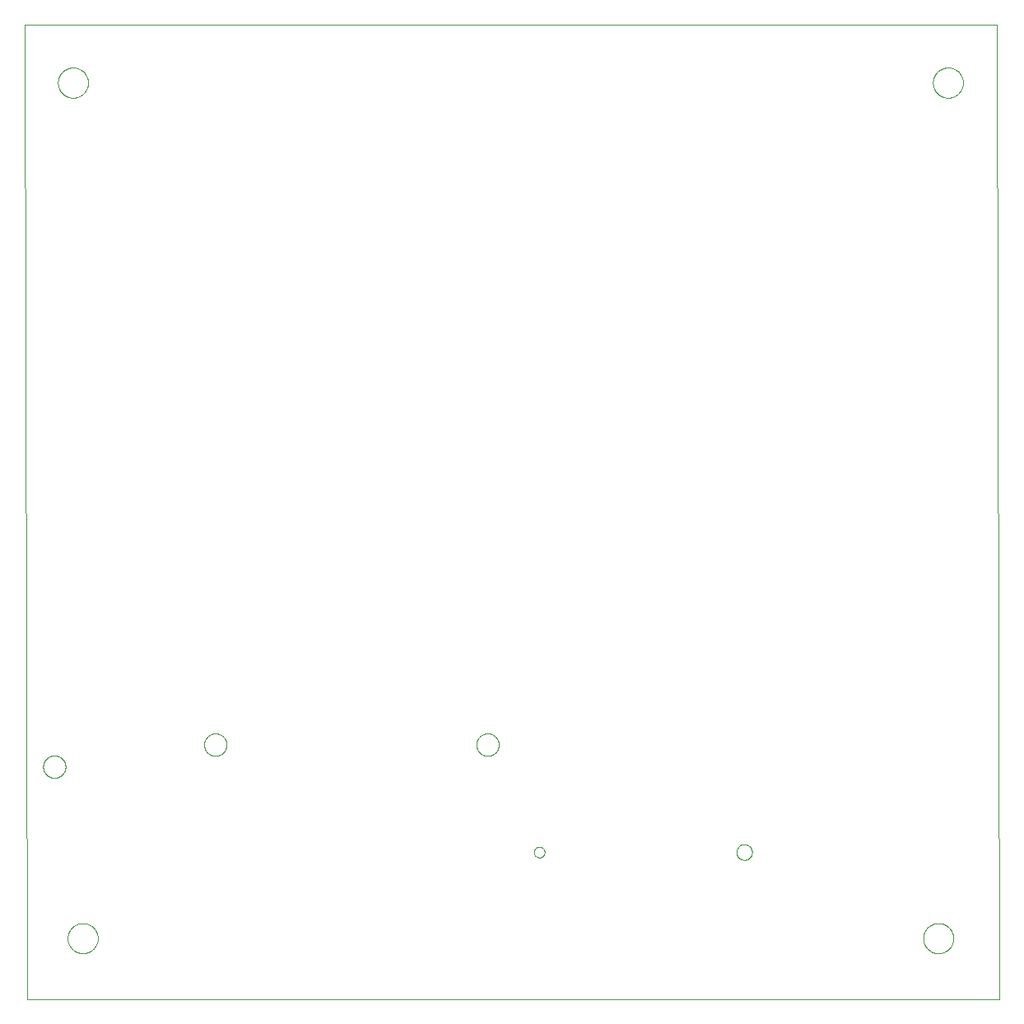
<source format=gko>
G75*
%MOIN*%
%OFA0B0*%
%FSLAX25Y25*%
%IPPOS*%
%LPD*%
%AMOC8*
5,1,8,0,0,1.08239X$1,22.5*
%
%ADD10C,0.00000*%
D10*
X0015725Y0230675D02*
X0014500Y0625601D01*
X0408201Y0625601D01*
X0409426Y0230675D01*
X0015725Y0230675D01*
X0032020Y0255522D02*
X0032022Y0255678D01*
X0032028Y0255834D01*
X0032038Y0255989D01*
X0032052Y0256144D01*
X0032070Y0256299D01*
X0032092Y0256453D01*
X0032117Y0256607D01*
X0032147Y0256760D01*
X0032181Y0256912D01*
X0032218Y0257064D01*
X0032259Y0257214D01*
X0032304Y0257363D01*
X0032353Y0257511D01*
X0032406Y0257658D01*
X0032462Y0257803D01*
X0032522Y0257947D01*
X0032586Y0258089D01*
X0032654Y0258230D01*
X0032725Y0258368D01*
X0032799Y0258505D01*
X0032877Y0258640D01*
X0032958Y0258773D01*
X0033043Y0258904D01*
X0033131Y0259033D01*
X0033222Y0259159D01*
X0033317Y0259283D01*
X0033414Y0259404D01*
X0033515Y0259523D01*
X0033619Y0259640D01*
X0033725Y0259753D01*
X0033835Y0259864D01*
X0033947Y0259972D01*
X0034062Y0260077D01*
X0034180Y0260180D01*
X0034300Y0260279D01*
X0034423Y0260375D01*
X0034548Y0260468D01*
X0034675Y0260557D01*
X0034805Y0260644D01*
X0034937Y0260727D01*
X0035071Y0260806D01*
X0035207Y0260883D01*
X0035345Y0260955D01*
X0035484Y0261025D01*
X0035626Y0261090D01*
X0035769Y0261152D01*
X0035913Y0261210D01*
X0036059Y0261265D01*
X0036207Y0261316D01*
X0036355Y0261363D01*
X0036505Y0261406D01*
X0036656Y0261445D01*
X0036808Y0261481D01*
X0036960Y0261512D01*
X0037114Y0261540D01*
X0037268Y0261564D01*
X0037422Y0261584D01*
X0037577Y0261600D01*
X0037733Y0261612D01*
X0037888Y0261620D01*
X0038044Y0261624D01*
X0038200Y0261624D01*
X0038356Y0261620D01*
X0038511Y0261612D01*
X0038667Y0261600D01*
X0038822Y0261584D01*
X0038976Y0261564D01*
X0039130Y0261540D01*
X0039284Y0261512D01*
X0039436Y0261481D01*
X0039588Y0261445D01*
X0039739Y0261406D01*
X0039889Y0261363D01*
X0040037Y0261316D01*
X0040185Y0261265D01*
X0040331Y0261210D01*
X0040475Y0261152D01*
X0040618Y0261090D01*
X0040760Y0261025D01*
X0040899Y0260955D01*
X0041037Y0260883D01*
X0041173Y0260806D01*
X0041307Y0260727D01*
X0041439Y0260644D01*
X0041569Y0260557D01*
X0041696Y0260468D01*
X0041821Y0260375D01*
X0041944Y0260279D01*
X0042064Y0260180D01*
X0042182Y0260077D01*
X0042297Y0259972D01*
X0042409Y0259864D01*
X0042519Y0259753D01*
X0042625Y0259640D01*
X0042729Y0259523D01*
X0042830Y0259404D01*
X0042927Y0259283D01*
X0043022Y0259159D01*
X0043113Y0259033D01*
X0043201Y0258904D01*
X0043286Y0258773D01*
X0043367Y0258640D01*
X0043445Y0258505D01*
X0043519Y0258368D01*
X0043590Y0258230D01*
X0043658Y0258089D01*
X0043722Y0257947D01*
X0043782Y0257803D01*
X0043838Y0257658D01*
X0043891Y0257511D01*
X0043940Y0257363D01*
X0043985Y0257214D01*
X0044026Y0257064D01*
X0044063Y0256912D01*
X0044097Y0256760D01*
X0044127Y0256607D01*
X0044152Y0256453D01*
X0044174Y0256299D01*
X0044192Y0256144D01*
X0044206Y0255989D01*
X0044216Y0255834D01*
X0044222Y0255678D01*
X0044224Y0255522D01*
X0044222Y0255366D01*
X0044216Y0255210D01*
X0044206Y0255055D01*
X0044192Y0254900D01*
X0044174Y0254745D01*
X0044152Y0254591D01*
X0044127Y0254437D01*
X0044097Y0254284D01*
X0044063Y0254132D01*
X0044026Y0253980D01*
X0043985Y0253830D01*
X0043940Y0253681D01*
X0043891Y0253533D01*
X0043838Y0253386D01*
X0043782Y0253241D01*
X0043722Y0253097D01*
X0043658Y0252955D01*
X0043590Y0252814D01*
X0043519Y0252676D01*
X0043445Y0252539D01*
X0043367Y0252404D01*
X0043286Y0252271D01*
X0043201Y0252140D01*
X0043113Y0252011D01*
X0043022Y0251885D01*
X0042927Y0251761D01*
X0042830Y0251640D01*
X0042729Y0251521D01*
X0042625Y0251404D01*
X0042519Y0251291D01*
X0042409Y0251180D01*
X0042297Y0251072D01*
X0042182Y0250967D01*
X0042064Y0250864D01*
X0041944Y0250765D01*
X0041821Y0250669D01*
X0041696Y0250576D01*
X0041569Y0250487D01*
X0041439Y0250400D01*
X0041307Y0250317D01*
X0041173Y0250238D01*
X0041037Y0250161D01*
X0040899Y0250089D01*
X0040760Y0250019D01*
X0040618Y0249954D01*
X0040475Y0249892D01*
X0040331Y0249834D01*
X0040185Y0249779D01*
X0040037Y0249728D01*
X0039889Y0249681D01*
X0039739Y0249638D01*
X0039588Y0249599D01*
X0039436Y0249563D01*
X0039284Y0249532D01*
X0039130Y0249504D01*
X0038976Y0249480D01*
X0038822Y0249460D01*
X0038667Y0249444D01*
X0038511Y0249432D01*
X0038356Y0249424D01*
X0038200Y0249420D01*
X0038044Y0249420D01*
X0037888Y0249424D01*
X0037733Y0249432D01*
X0037577Y0249444D01*
X0037422Y0249460D01*
X0037268Y0249480D01*
X0037114Y0249504D01*
X0036960Y0249532D01*
X0036808Y0249563D01*
X0036656Y0249599D01*
X0036505Y0249638D01*
X0036355Y0249681D01*
X0036207Y0249728D01*
X0036059Y0249779D01*
X0035913Y0249834D01*
X0035769Y0249892D01*
X0035626Y0249954D01*
X0035484Y0250019D01*
X0035345Y0250089D01*
X0035207Y0250161D01*
X0035071Y0250238D01*
X0034937Y0250317D01*
X0034805Y0250400D01*
X0034675Y0250487D01*
X0034548Y0250576D01*
X0034423Y0250669D01*
X0034300Y0250765D01*
X0034180Y0250864D01*
X0034062Y0250967D01*
X0033947Y0251072D01*
X0033835Y0251180D01*
X0033725Y0251291D01*
X0033619Y0251404D01*
X0033515Y0251521D01*
X0033414Y0251640D01*
X0033317Y0251761D01*
X0033222Y0251885D01*
X0033131Y0252011D01*
X0033043Y0252140D01*
X0032958Y0252271D01*
X0032877Y0252404D01*
X0032799Y0252539D01*
X0032725Y0252676D01*
X0032654Y0252814D01*
X0032586Y0252955D01*
X0032522Y0253097D01*
X0032462Y0253241D01*
X0032406Y0253386D01*
X0032353Y0253533D01*
X0032304Y0253681D01*
X0032259Y0253830D01*
X0032218Y0253980D01*
X0032181Y0254132D01*
X0032147Y0254284D01*
X0032117Y0254437D01*
X0032092Y0254591D01*
X0032070Y0254745D01*
X0032052Y0254900D01*
X0032038Y0255055D01*
X0032028Y0255210D01*
X0032022Y0255366D01*
X0032020Y0255522D01*
X0022094Y0325000D02*
X0022096Y0325134D01*
X0022102Y0325268D01*
X0022112Y0325402D01*
X0022126Y0325536D01*
X0022144Y0325669D01*
X0022165Y0325801D01*
X0022191Y0325933D01*
X0022221Y0326064D01*
X0022254Y0326194D01*
X0022291Y0326322D01*
X0022333Y0326450D01*
X0022377Y0326577D01*
X0022426Y0326702D01*
X0022478Y0326825D01*
X0022534Y0326947D01*
X0022594Y0327068D01*
X0022657Y0327186D01*
X0022723Y0327303D01*
X0022793Y0327417D01*
X0022866Y0327530D01*
X0022943Y0327640D01*
X0023023Y0327748D01*
X0023106Y0327853D01*
X0023192Y0327956D01*
X0023281Y0328056D01*
X0023373Y0328154D01*
X0023468Y0328249D01*
X0023566Y0328341D01*
X0023666Y0328430D01*
X0023769Y0328516D01*
X0023874Y0328599D01*
X0023982Y0328679D01*
X0024092Y0328756D01*
X0024205Y0328829D01*
X0024319Y0328899D01*
X0024436Y0328965D01*
X0024554Y0329028D01*
X0024675Y0329088D01*
X0024797Y0329144D01*
X0024920Y0329196D01*
X0025045Y0329245D01*
X0025172Y0329289D01*
X0025300Y0329331D01*
X0025428Y0329368D01*
X0025558Y0329401D01*
X0025689Y0329431D01*
X0025821Y0329457D01*
X0025953Y0329478D01*
X0026086Y0329496D01*
X0026220Y0329510D01*
X0026354Y0329520D01*
X0026488Y0329526D01*
X0026622Y0329528D01*
X0026756Y0329526D01*
X0026890Y0329520D01*
X0027024Y0329510D01*
X0027158Y0329496D01*
X0027291Y0329478D01*
X0027423Y0329457D01*
X0027555Y0329431D01*
X0027686Y0329401D01*
X0027816Y0329368D01*
X0027944Y0329331D01*
X0028072Y0329289D01*
X0028199Y0329245D01*
X0028324Y0329196D01*
X0028447Y0329144D01*
X0028569Y0329088D01*
X0028690Y0329028D01*
X0028808Y0328965D01*
X0028925Y0328899D01*
X0029039Y0328829D01*
X0029152Y0328756D01*
X0029262Y0328679D01*
X0029370Y0328599D01*
X0029475Y0328516D01*
X0029578Y0328430D01*
X0029678Y0328341D01*
X0029776Y0328249D01*
X0029871Y0328154D01*
X0029963Y0328056D01*
X0030052Y0327956D01*
X0030138Y0327853D01*
X0030221Y0327748D01*
X0030301Y0327640D01*
X0030378Y0327530D01*
X0030451Y0327417D01*
X0030521Y0327303D01*
X0030587Y0327186D01*
X0030650Y0327068D01*
X0030710Y0326947D01*
X0030766Y0326825D01*
X0030818Y0326702D01*
X0030867Y0326577D01*
X0030911Y0326450D01*
X0030953Y0326322D01*
X0030990Y0326194D01*
X0031023Y0326064D01*
X0031053Y0325933D01*
X0031079Y0325801D01*
X0031100Y0325669D01*
X0031118Y0325536D01*
X0031132Y0325402D01*
X0031142Y0325268D01*
X0031148Y0325134D01*
X0031150Y0325000D01*
X0031148Y0324866D01*
X0031142Y0324732D01*
X0031132Y0324598D01*
X0031118Y0324464D01*
X0031100Y0324331D01*
X0031079Y0324199D01*
X0031053Y0324067D01*
X0031023Y0323936D01*
X0030990Y0323806D01*
X0030953Y0323678D01*
X0030911Y0323550D01*
X0030867Y0323423D01*
X0030818Y0323298D01*
X0030766Y0323175D01*
X0030710Y0323053D01*
X0030650Y0322932D01*
X0030587Y0322814D01*
X0030521Y0322697D01*
X0030451Y0322583D01*
X0030378Y0322470D01*
X0030301Y0322360D01*
X0030221Y0322252D01*
X0030138Y0322147D01*
X0030052Y0322044D01*
X0029963Y0321944D01*
X0029871Y0321846D01*
X0029776Y0321751D01*
X0029678Y0321659D01*
X0029578Y0321570D01*
X0029475Y0321484D01*
X0029370Y0321401D01*
X0029262Y0321321D01*
X0029152Y0321244D01*
X0029039Y0321171D01*
X0028925Y0321101D01*
X0028808Y0321035D01*
X0028690Y0320972D01*
X0028569Y0320912D01*
X0028447Y0320856D01*
X0028324Y0320804D01*
X0028199Y0320755D01*
X0028072Y0320711D01*
X0027944Y0320669D01*
X0027816Y0320632D01*
X0027686Y0320599D01*
X0027555Y0320569D01*
X0027423Y0320543D01*
X0027291Y0320522D01*
X0027158Y0320504D01*
X0027024Y0320490D01*
X0026890Y0320480D01*
X0026756Y0320474D01*
X0026622Y0320472D01*
X0026488Y0320474D01*
X0026354Y0320480D01*
X0026220Y0320490D01*
X0026086Y0320504D01*
X0025953Y0320522D01*
X0025821Y0320543D01*
X0025689Y0320569D01*
X0025558Y0320599D01*
X0025428Y0320632D01*
X0025300Y0320669D01*
X0025172Y0320711D01*
X0025045Y0320755D01*
X0024920Y0320804D01*
X0024797Y0320856D01*
X0024675Y0320912D01*
X0024554Y0320972D01*
X0024436Y0321035D01*
X0024319Y0321101D01*
X0024205Y0321171D01*
X0024092Y0321244D01*
X0023982Y0321321D01*
X0023874Y0321401D01*
X0023769Y0321484D01*
X0023666Y0321570D01*
X0023566Y0321659D01*
X0023468Y0321751D01*
X0023373Y0321846D01*
X0023281Y0321944D01*
X0023192Y0322044D01*
X0023106Y0322147D01*
X0023023Y0322252D01*
X0022943Y0322360D01*
X0022866Y0322470D01*
X0022793Y0322583D01*
X0022723Y0322697D01*
X0022657Y0322814D01*
X0022594Y0322932D01*
X0022534Y0323053D01*
X0022478Y0323175D01*
X0022426Y0323298D01*
X0022377Y0323423D01*
X0022333Y0323550D01*
X0022291Y0323678D01*
X0022254Y0323806D01*
X0022221Y0323936D01*
X0022191Y0324067D01*
X0022165Y0324199D01*
X0022144Y0324331D01*
X0022126Y0324464D01*
X0022112Y0324598D01*
X0022102Y0324732D01*
X0022096Y0324866D01*
X0022094Y0325000D01*
X0087315Y0333908D02*
X0087317Y0334042D01*
X0087323Y0334176D01*
X0087333Y0334310D01*
X0087347Y0334444D01*
X0087365Y0334577D01*
X0087386Y0334709D01*
X0087412Y0334841D01*
X0087442Y0334972D01*
X0087475Y0335102D01*
X0087512Y0335230D01*
X0087554Y0335358D01*
X0087598Y0335485D01*
X0087647Y0335610D01*
X0087699Y0335733D01*
X0087755Y0335855D01*
X0087815Y0335976D01*
X0087878Y0336094D01*
X0087944Y0336211D01*
X0088014Y0336325D01*
X0088087Y0336438D01*
X0088164Y0336548D01*
X0088244Y0336656D01*
X0088327Y0336761D01*
X0088413Y0336864D01*
X0088502Y0336964D01*
X0088594Y0337062D01*
X0088689Y0337157D01*
X0088787Y0337249D01*
X0088887Y0337338D01*
X0088990Y0337424D01*
X0089095Y0337507D01*
X0089203Y0337587D01*
X0089313Y0337664D01*
X0089426Y0337737D01*
X0089540Y0337807D01*
X0089657Y0337873D01*
X0089775Y0337936D01*
X0089896Y0337996D01*
X0090018Y0338052D01*
X0090141Y0338104D01*
X0090266Y0338153D01*
X0090393Y0338197D01*
X0090521Y0338239D01*
X0090649Y0338276D01*
X0090779Y0338309D01*
X0090910Y0338339D01*
X0091042Y0338365D01*
X0091174Y0338386D01*
X0091307Y0338404D01*
X0091441Y0338418D01*
X0091575Y0338428D01*
X0091709Y0338434D01*
X0091843Y0338436D01*
X0091977Y0338434D01*
X0092111Y0338428D01*
X0092245Y0338418D01*
X0092379Y0338404D01*
X0092512Y0338386D01*
X0092644Y0338365D01*
X0092776Y0338339D01*
X0092907Y0338309D01*
X0093037Y0338276D01*
X0093165Y0338239D01*
X0093293Y0338197D01*
X0093420Y0338153D01*
X0093545Y0338104D01*
X0093668Y0338052D01*
X0093790Y0337996D01*
X0093911Y0337936D01*
X0094029Y0337873D01*
X0094146Y0337807D01*
X0094260Y0337737D01*
X0094373Y0337664D01*
X0094483Y0337587D01*
X0094591Y0337507D01*
X0094696Y0337424D01*
X0094799Y0337338D01*
X0094899Y0337249D01*
X0094997Y0337157D01*
X0095092Y0337062D01*
X0095184Y0336964D01*
X0095273Y0336864D01*
X0095359Y0336761D01*
X0095442Y0336656D01*
X0095522Y0336548D01*
X0095599Y0336438D01*
X0095672Y0336325D01*
X0095742Y0336211D01*
X0095808Y0336094D01*
X0095871Y0335976D01*
X0095931Y0335855D01*
X0095987Y0335733D01*
X0096039Y0335610D01*
X0096088Y0335485D01*
X0096132Y0335358D01*
X0096174Y0335230D01*
X0096211Y0335102D01*
X0096244Y0334972D01*
X0096274Y0334841D01*
X0096300Y0334709D01*
X0096321Y0334577D01*
X0096339Y0334444D01*
X0096353Y0334310D01*
X0096363Y0334176D01*
X0096369Y0334042D01*
X0096371Y0333908D01*
X0096369Y0333774D01*
X0096363Y0333640D01*
X0096353Y0333506D01*
X0096339Y0333372D01*
X0096321Y0333239D01*
X0096300Y0333107D01*
X0096274Y0332975D01*
X0096244Y0332844D01*
X0096211Y0332714D01*
X0096174Y0332586D01*
X0096132Y0332458D01*
X0096088Y0332331D01*
X0096039Y0332206D01*
X0095987Y0332083D01*
X0095931Y0331961D01*
X0095871Y0331840D01*
X0095808Y0331722D01*
X0095742Y0331605D01*
X0095672Y0331491D01*
X0095599Y0331378D01*
X0095522Y0331268D01*
X0095442Y0331160D01*
X0095359Y0331055D01*
X0095273Y0330952D01*
X0095184Y0330852D01*
X0095092Y0330754D01*
X0094997Y0330659D01*
X0094899Y0330567D01*
X0094799Y0330478D01*
X0094696Y0330392D01*
X0094591Y0330309D01*
X0094483Y0330229D01*
X0094373Y0330152D01*
X0094260Y0330079D01*
X0094146Y0330009D01*
X0094029Y0329943D01*
X0093911Y0329880D01*
X0093790Y0329820D01*
X0093668Y0329764D01*
X0093545Y0329712D01*
X0093420Y0329663D01*
X0093293Y0329619D01*
X0093165Y0329577D01*
X0093037Y0329540D01*
X0092907Y0329507D01*
X0092776Y0329477D01*
X0092644Y0329451D01*
X0092512Y0329430D01*
X0092379Y0329412D01*
X0092245Y0329398D01*
X0092111Y0329388D01*
X0091977Y0329382D01*
X0091843Y0329380D01*
X0091709Y0329382D01*
X0091575Y0329388D01*
X0091441Y0329398D01*
X0091307Y0329412D01*
X0091174Y0329430D01*
X0091042Y0329451D01*
X0090910Y0329477D01*
X0090779Y0329507D01*
X0090649Y0329540D01*
X0090521Y0329577D01*
X0090393Y0329619D01*
X0090266Y0329663D01*
X0090141Y0329712D01*
X0090018Y0329764D01*
X0089896Y0329820D01*
X0089775Y0329880D01*
X0089657Y0329943D01*
X0089540Y0330009D01*
X0089426Y0330079D01*
X0089313Y0330152D01*
X0089203Y0330229D01*
X0089095Y0330309D01*
X0088990Y0330392D01*
X0088887Y0330478D01*
X0088787Y0330567D01*
X0088689Y0330659D01*
X0088594Y0330754D01*
X0088502Y0330852D01*
X0088413Y0330952D01*
X0088327Y0331055D01*
X0088244Y0331160D01*
X0088164Y0331268D01*
X0088087Y0331378D01*
X0088014Y0331491D01*
X0087944Y0331605D01*
X0087878Y0331722D01*
X0087815Y0331840D01*
X0087755Y0331961D01*
X0087699Y0332083D01*
X0087647Y0332206D01*
X0087598Y0332331D01*
X0087554Y0332458D01*
X0087512Y0332586D01*
X0087475Y0332714D01*
X0087442Y0332844D01*
X0087412Y0332975D01*
X0087386Y0333107D01*
X0087365Y0333239D01*
X0087347Y0333372D01*
X0087333Y0333506D01*
X0087323Y0333640D01*
X0087317Y0333774D01*
X0087315Y0333908D01*
X0197551Y0333908D02*
X0197553Y0334042D01*
X0197559Y0334176D01*
X0197569Y0334310D01*
X0197583Y0334444D01*
X0197601Y0334577D01*
X0197622Y0334709D01*
X0197648Y0334841D01*
X0197678Y0334972D01*
X0197711Y0335102D01*
X0197748Y0335230D01*
X0197790Y0335358D01*
X0197834Y0335485D01*
X0197883Y0335610D01*
X0197935Y0335733D01*
X0197991Y0335855D01*
X0198051Y0335976D01*
X0198114Y0336094D01*
X0198180Y0336211D01*
X0198250Y0336325D01*
X0198323Y0336438D01*
X0198400Y0336548D01*
X0198480Y0336656D01*
X0198563Y0336761D01*
X0198649Y0336864D01*
X0198738Y0336964D01*
X0198830Y0337062D01*
X0198925Y0337157D01*
X0199023Y0337249D01*
X0199123Y0337338D01*
X0199226Y0337424D01*
X0199331Y0337507D01*
X0199439Y0337587D01*
X0199549Y0337664D01*
X0199662Y0337737D01*
X0199776Y0337807D01*
X0199893Y0337873D01*
X0200011Y0337936D01*
X0200132Y0337996D01*
X0200254Y0338052D01*
X0200377Y0338104D01*
X0200502Y0338153D01*
X0200629Y0338197D01*
X0200757Y0338239D01*
X0200885Y0338276D01*
X0201015Y0338309D01*
X0201146Y0338339D01*
X0201278Y0338365D01*
X0201410Y0338386D01*
X0201543Y0338404D01*
X0201677Y0338418D01*
X0201811Y0338428D01*
X0201945Y0338434D01*
X0202079Y0338436D01*
X0202213Y0338434D01*
X0202347Y0338428D01*
X0202481Y0338418D01*
X0202615Y0338404D01*
X0202748Y0338386D01*
X0202880Y0338365D01*
X0203012Y0338339D01*
X0203143Y0338309D01*
X0203273Y0338276D01*
X0203401Y0338239D01*
X0203529Y0338197D01*
X0203656Y0338153D01*
X0203781Y0338104D01*
X0203904Y0338052D01*
X0204026Y0337996D01*
X0204147Y0337936D01*
X0204265Y0337873D01*
X0204382Y0337807D01*
X0204496Y0337737D01*
X0204609Y0337664D01*
X0204719Y0337587D01*
X0204827Y0337507D01*
X0204932Y0337424D01*
X0205035Y0337338D01*
X0205135Y0337249D01*
X0205233Y0337157D01*
X0205328Y0337062D01*
X0205420Y0336964D01*
X0205509Y0336864D01*
X0205595Y0336761D01*
X0205678Y0336656D01*
X0205758Y0336548D01*
X0205835Y0336438D01*
X0205908Y0336325D01*
X0205978Y0336211D01*
X0206044Y0336094D01*
X0206107Y0335976D01*
X0206167Y0335855D01*
X0206223Y0335733D01*
X0206275Y0335610D01*
X0206324Y0335485D01*
X0206368Y0335358D01*
X0206410Y0335230D01*
X0206447Y0335102D01*
X0206480Y0334972D01*
X0206510Y0334841D01*
X0206536Y0334709D01*
X0206557Y0334577D01*
X0206575Y0334444D01*
X0206589Y0334310D01*
X0206599Y0334176D01*
X0206605Y0334042D01*
X0206607Y0333908D01*
X0206605Y0333774D01*
X0206599Y0333640D01*
X0206589Y0333506D01*
X0206575Y0333372D01*
X0206557Y0333239D01*
X0206536Y0333107D01*
X0206510Y0332975D01*
X0206480Y0332844D01*
X0206447Y0332714D01*
X0206410Y0332586D01*
X0206368Y0332458D01*
X0206324Y0332331D01*
X0206275Y0332206D01*
X0206223Y0332083D01*
X0206167Y0331961D01*
X0206107Y0331840D01*
X0206044Y0331722D01*
X0205978Y0331605D01*
X0205908Y0331491D01*
X0205835Y0331378D01*
X0205758Y0331268D01*
X0205678Y0331160D01*
X0205595Y0331055D01*
X0205509Y0330952D01*
X0205420Y0330852D01*
X0205328Y0330754D01*
X0205233Y0330659D01*
X0205135Y0330567D01*
X0205035Y0330478D01*
X0204932Y0330392D01*
X0204827Y0330309D01*
X0204719Y0330229D01*
X0204609Y0330152D01*
X0204496Y0330079D01*
X0204382Y0330009D01*
X0204265Y0329943D01*
X0204147Y0329880D01*
X0204026Y0329820D01*
X0203904Y0329764D01*
X0203781Y0329712D01*
X0203656Y0329663D01*
X0203529Y0329619D01*
X0203401Y0329577D01*
X0203273Y0329540D01*
X0203143Y0329507D01*
X0203012Y0329477D01*
X0202880Y0329451D01*
X0202748Y0329430D01*
X0202615Y0329412D01*
X0202481Y0329398D01*
X0202347Y0329388D01*
X0202213Y0329382D01*
X0202079Y0329380D01*
X0201945Y0329382D01*
X0201811Y0329388D01*
X0201677Y0329398D01*
X0201543Y0329412D01*
X0201410Y0329430D01*
X0201278Y0329451D01*
X0201146Y0329477D01*
X0201015Y0329507D01*
X0200885Y0329540D01*
X0200757Y0329577D01*
X0200629Y0329619D01*
X0200502Y0329663D01*
X0200377Y0329712D01*
X0200254Y0329764D01*
X0200132Y0329820D01*
X0200011Y0329880D01*
X0199893Y0329943D01*
X0199776Y0330009D01*
X0199662Y0330079D01*
X0199549Y0330152D01*
X0199439Y0330229D01*
X0199331Y0330309D01*
X0199226Y0330392D01*
X0199123Y0330478D01*
X0199023Y0330567D01*
X0198925Y0330659D01*
X0198830Y0330754D01*
X0198738Y0330852D01*
X0198649Y0330952D01*
X0198563Y0331055D01*
X0198480Y0331160D01*
X0198400Y0331268D01*
X0198323Y0331378D01*
X0198250Y0331491D01*
X0198180Y0331605D01*
X0198114Y0331722D01*
X0198051Y0331840D01*
X0197991Y0331961D01*
X0197935Y0332083D01*
X0197883Y0332206D01*
X0197834Y0332331D01*
X0197790Y0332458D01*
X0197748Y0332586D01*
X0197711Y0332714D01*
X0197678Y0332844D01*
X0197648Y0332975D01*
X0197622Y0333107D01*
X0197601Y0333239D01*
X0197583Y0333372D01*
X0197569Y0333506D01*
X0197559Y0333640D01*
X0197553Y0333774D01*
X0197551Y0333908D01*
X0220835Y0290400D02*
X0220837Y0290493D01*
X0220843Y0290585D01*
X0220853Y0290677D01*
X0220867Y0290768D01*
X0220884Y0290859D01*
X0220906Y0290949D01*
X0220931Y0291038D01*
X0220960Y0291126D01*
X0220993Y0291212D01*
X0221030Y0291297D01*
X0221070Y0291381D01*
X0221114Y0291462D01*
X0221161Y0291542D01*
X0221211Y0291620D01*
X0221265Y0291695D01*
X0221322Y0291768D01*
X0221382Y0291838D01*
X0221445Y0291906D01*
X0221511Y0291971D01*
X0221579Y0292033D01*
X0221650Y0292093D01*
X0221724Y0292149D01*
X0221800Y0292202D01*
X0221878Y0292251D01*
X0221958Y0292298D01*
X0222040Y0292340D01*
X0222124Y0292380D01*
X0222209Y0292415D01*
X0222296Y0292447D01*
X0222384Y0292476D01*
X0222473Y0292500D01*
X0222563Y0292521D01*
X0222654Y0292537D01*
X0222746Y0292550D01*
X0222838Y0292559D01*
X0222931Y0292564D01*
X0223023Y0292565D01*
X0223116Y0292562D01*
X0223208Y0292555D01*
X0223300Y0292544D01*
X0223391Y0292529D01*
X0223482Y0292511D01*
X0223572Y0292488D01*
X0223660Y0292462D01*
X0223748Y0292432D01*
X0223834Y0292398D01*
X0223918Y0292361D01*
X0224001Y0292319D01*
X0224082Y0292275D01*
X0224162Y0292227D01*
X0224239Y0292176D01*
X0224313Y0292121D01*
X0224386Y0292063D01*
X0224456Y0292003D01*
X0224523Y0291939D01*
X0224587Y0291873D01*
X0224649Y0291803D01*
X0224707Y0291732D01*
X0224762Y0291658D01*
X0224814Y0291581D01*
X0224863Y0291502D01*
X0224909Y0291422D01*
X0224951Y0291339D01*
X0224989Y0291255D01*
X0225024Y0291169D01*
X0225055Y0291082D01*
X0225082Y0290994D01*
X0225105Y0290904D01*
X0225125Y0290814D01*
X0225141Y0290723D01*
X0225153Y0290631D01*
X0225161Y0290539D01*
X0225165Y0290446D01*
X0225165Y0290354D01*
X0225161Y0290261D01*
X0225153Y0290169D01*
X0225141Y0290077D01*
X0225125Y0289986D01*
X0225105Y0289896D01*
X0225082Y0289806D01*
X0225055Y0289718D01*
X0225024Y0289631D01*
X0224989Y0289545D01*
X0224951Y0289461D01*
X0224909Y0289378D01*
X0224863Y0289298D01*
X0224814Y0289219D01*
X0224762Y0289142D01*
X0224707Y0289068D01*
X0224649Y0288997D01*
X0224587Y0288927D01*
X0224523Y0288861D01*
X0224456Y0288797D01*
X0224386Y0288737D01*
X0224313Y0288679D01*
X0224239Y0288624D01*
X0224162Y0288573D01*
X0224083Y0288525D01*
X0224001Y0288481D01*
X0223918Y0288439D01*
X0223834Y0288402D01*
X0223748Y0288368D01*
X0223660Y0288338D01*
X0223572Y0288312D01*
X0223482Y0288289D01*
X0223391Y0288271D01*
X0223300Y0288256D01*
X0223208Y0288245D01*
X0223116Y0288238D01*
X0223023Y0288235D01*
X0222931Y0288236D01*
X0222838Y0288241D01*
X0222746Y0288250D01*
X0222654Y0288263D01*
X0222563Y0288279D01*
X0222473Y0288300D01*
X0222384Y0288324D01*
X0222296Y0288353D01*
X0222209Y0288385D01*
X0222124Y0288420D01*
X0222040Y0288460D01*
X0221958Y0288502D01*
X0221878Y0288549D01*
X0221800Y0288598D01*
X0221724Y0288651D01*
X0221650Y0288707D01*
X0221579Y0288767D01*
X0221511Y0288829D01*
X0221445Y0288894D01*
X0221382Y0288962D01*
X0221322Y0289032D01*
X0221265Y0289105D01*
X0221211Y0289180D01*
X0221161Y0289258D01*
X0221114Y0289338D01*
X0221070Y0289419D01*
X0221030Y0289503D01*
X0220993Y0289588D01*
X0220960Y0289674D01*
X0220931Y0289762D01*
X0220906Y0289851D01*
X0220884Y0289941D01*
X0220867Y0290032D01*
X0220853Y0290123D01*
X0220843Y0290215D01*
X0220837Y0290307D01*
X0220835Y0290400D01*
X0302850Y0290400D02*
X0302852Y0290512D01*
X0302858Y0290623D01*
X0302868Y0290735D01*
X0302882Y0290846D01*
X0302899Y0290956D01*
X0302921Y0291066D01*
X0302947Y0291175D01*
X0302976Y0291283D01*
X0303009Y0291389D01*
X0303046Y0291495D01*
X0303087Y0291599D01*
X0303132Y0291702D01*
X0303180Y0291803D01*
X0303231Y0291902D01*
X0303286Y0291999D01*
X0303345Y0292094D01*
X0303406Y0292188D01*
X0303471Y0292279D01*
X0303540Y0292367D01*
X0303611Y0292453D01*
X0303685Y0292537D01*
X0303763Y0292617D01*
X0303843Y0292695D01*
X0303926Y0292771D01*
X0304011Y0292843D01*
X0304099Y0292912D01*
X0304189Y0292978D01*
X0304282Y0293040D01*
X0304377Y0293100D01*
X0304474Y0293156D01*
X0304572Y0293208D01*
X0304673Y0293257D01*
X0304775Y0293302D01*
X0304879Y0293344D01*
X0304984Y0293382D01*
X0305091Y0293416D01*
X0305198Y0293446D01*
X0305307Y0293473D01*
X0305416Y0293495D01*
X0305527Y0293514D01*
X0305637Y0293529D01*
X0305749Y0293540D01*
X0305860Y0293547D01*
X0305972Y0293550D01*
X0306084Y0293549D01*
X0306196Y0293544D01*
X0306307Y0293535D01*
X0306418Y0293522D01*
X0306529Y0293505D01*
X0306639Y0293485D01*
X0306748Y0293460D01*
X0306856Y0293432D01*
X0306963Y0293399D01*
X0307069Y0293363D01*
X0307173Y0293323D01*
X0307276Y0293280D01*
X0307378Y0293233D01*
X0307477Y0293182D01*
X0307575Y0293128D01*
X0307671Y0293070D01*
X0307765Y0293009D01*
X0307856Y0292945D01*
X0307945Y0292878D01*
X0308032Y0292807D01*
X0308116Y0292733D01*
X0308198Y0292657D01*
X0308276Y0292577D01*
X0308352Y0292495D01*
X0308425Y0292410D01*
X0308495Y0292323D01*
X0308561Y0292233D01*
X0308625Y0292141D01*
X0308685Y0292047D01*
X0308742Y0291951D01*
X0308795Y0291852D01*
X0308845Y0291752D01*
X0308891Y0291651D01*
X0308934Y0291547D01*
X0308973Y0291442D01*
X0309008Y0291336D01*
X0309039Y0291229D01*
X0309067Y0291120D01*
X0309090Y0291011D01*
X0309110Y0290901D01*
X0309126Y0290790D01*
X0309138Y0290679D01*
X0309146Y0290568D01*
X0309150Y0290456D01*
X0309150Y0290344D01*
X0309146Y0290232D01*
X0309138Y0290121D01*
X0309126Y0290010D01*
X0309110Y0289899D01*
X0309090Y0289789D01*
X0309067Y0289680D01*
X0309039Y0289571D01*
X0309008Y0289464D01*
X0308973Y0289358D01*
X0308934Y0289253D01*
X0308891Y0289149D01*
X0308845Y0289048D01*
X0308795Y0288948D01*
X0308742Y0288849D01*
X0308685Y0288753D01*
X0308625Y0288659D01*
X0308561Y0288567D01*
X0308495Y0288477D01*
X0308425Y0288390D01*
X0308352Y0288305D01*
X0308276Y0288223D01*
X0308198Y0288143D01*
X0308116Y0288067D01*
X0308032Y0287993D01*
X0307945Y0287922D01*
X0307856Y0287855D01*
X0307765Y0287791D01*
X0307671Y0287730D01*
X0307575Y0287672D01*
X0307477Y0287618D01*
X0307378Y0287567D01*
X0307276Y0287520D01*
X0307173Y0287477D01*
X0307069Y0287437D01*
X0306963Y0287401D01*
X0306856Y0287368D01*
X0306748Y0287340D01*
X0306639Y0287315D01*
X0306529Y0287295D01*
X0306418Y0287278D01*
X0306307Y0287265D01*
X0306196Y0287256D01*
X0306084Y0287251D01*
X0305972Y0287250D01*
X0305860Y0287253D01*
X0305749Y0287260D01*
X0305637Y0287271D01*
X0305527Y0287286D01*
X0305416Y0287305D01*
X0305307Y0287327D01*
X0305198Y0287354D01*
X0305091Y0287384D01*
X0304984Y0287418D01*
X0304879Y0287456D01*
X0304775Y0287498D01*
X0304673Y0287543D01*
X0304572Y0287592D01*
X0304474Y0287644D01*
X0304377Y0287700D01*
X0304282Y0287760D01*
X0304189Y0287822D01*
X0304099Y0287888D01*
X0304011Y0287957D01*
X0303926Y0288029D01*
X0303843Y0288105D01*
X0303763Y0288183D01*
X0303685Y0288263D01*
X0303611Y0288347D01*
X0303540Y0288433D01*
X0303471Y0288521D01*
X0303406Y0288612D01*
X0303345Y0288706D01*
X0303286Y0288801D01*
X0303231Y0288898D01*
X0303180Y0288997D01*
X0303132Y0289098D01*
X0303087Y0289201D01*
X0303046Y0289305D01*
X0303009Y0289411D01*
X0302976Y0289517D01*
X0302947Y0289625D01*
X0302921Y0289734D01*
X0302899Y0289844D01*
X0302882Y0289954D01*
X0302868Y0290065D01*
X0302858Y0290177D01*
X0302852Y0290288D01*
X0302850Y0290400D01*
X0378477Y0255522D02*
X0378479Y0255678D01*
X0378485Y0255834D01*
X0378495Y0255989D01*
X0378509Y0256144D01*
X0378527Y0256299D01*
X0378549Y0256453D01*
X0378574Y0256607D01*
X0378604Y0256760D01*
X0378638Y0256912D01*
X0378675Y0257064D01*
X0378716Y0257214D01*
X0378761Y0257363D01*
X0378810Y0257511D01*
X0378863Y0257658D01*
X0378919Y0257803D01*
X0378979Y0257947D01*
X0379043Y0258089D01*
X0379111Y0258230D01*
X0379182Y0258368D01*
X0379256Y0258505D01*
X0379334Y0258640D01*
X0379415Y0258773D01*
X0379500Y0258904D01*
X0379588Y0259033D01*
X0379679Y0259159D01*
X0379774Y0259283D01*
X0379871Y0259404D01*
X0379972Y0259523D01*
X0380076Y0259640D01*
X0380182Y0259753D01*
X0380292Y0259864D01*
X0380404Y0259972D01*
X0380519Y0260077D01*
X0380637Y0260180D01*
X0380757Y0260279D01*
X0380880Y0260375D01*
X0381005Y0260468D01*
X0381132Y0260557D01*
X0381262Y0260644D01*
X0381394Y0260727D01*
X0381528Y0260806D01*
X0381664Y0260883D01*
X0381802Y0260955D01*
X0381941Y0261025D01*
X0382083Y0261090D01*
X0382226Y0261152D01*
X0382370Y0261210D01*
X0382516Y0261265D01*
X0382664Y0261316D01*
X0382812Y0261363D01*
X0382962Y0261406D01*
X0383113Y0261445D01*
X0383265Y0261481D01*
X0383417Y0261512D01*
X0383571Y0261540D01*
X0383725Y0261564D01*
X0383879Y0261584D01*
X0384034Y0261600D01*
X0384190Y0261612D01*
X0384345Y0261620D01*
X0384501Y0261624D01*
X0384657Y0261624D01*
X0384813Y0261620D01*
X0384968Y0261612D01*
X0385124Y0261600D01*
X0385279Y0261584D01*
X0385433Y0261564D01*
X0385587Y0261540D01*
X0385741Y0261512D01*
X0385893Y0261481D01*
X0386045Y0261445D01*
X0386196Y0261406D01*
X0386346Y0261363D01*
X0386494Y0261316D01*
X0386642Y0261265D01*
X0386788Y0261210D01*
X0386932Y0261152D01*
X0387075Y0261090D01*
X0387217Y0261025D01*
X0387356Y0260955D01*
X0387494Y0260883D01*
X0387630Y0260806D01*
X0387764Y0260727D01*
X0387896Y0260644D01*
X0388026Y0260557D01*
X0388153Y0260468D01*
X0388278Y0260375D01*
X0388401Y0260279D01*
X0388521Y0260180D01*
X0388639Y0260077D01*
X0388754Y0259972D01*
X0388866Y0259864D01*
X0388976Y0259753D01*
X0389082Y0259640D01*
X0389186Y0259523D01*
X0389287Y0259404D01*
X0389384Y0259283D01*
X0389479Y0259159D01*
X0389570Y0259033D01*
X0389658Y0258904D01*
X0389743Y0258773D01*
X0389824Y0258640D01*
X0389902Y0258505D01*
X0389976Y0258368D01*
X0390047Y0258230D01*
X0390115Y0258089D01*
X0390179Y0257947D01*
X0390239Y0257803D01*
X0390295Y0257658D01*
X0390348Y0257511D01*
X0390397Y0257363D01*
X0390442Y0257214D01*
X0390483Y0257064D01*
X0390520Y0256912D01*
X0390554Y0256760D01*
X0390584Y0256607D01*
X0390609Y0256453D01*
X0390631Y0256299D01*
X0390649Y0256144D01*
X0390663Y0255989D01*
X0390673Y0255834D01*
X0390679Y0255678D01*
X0390681Y0255522D01*
X0390679Y0255366D01*
X0390673Y0255210D01*
X0390663Y0255055D01*
X0390649Y0254900D01*
X0390631Y0254745D01*
X0390609Y0254591D01*
X0390584Y0254437D01*
X0390554Y0254284D01*
X0390520Y0254132D01*
X0390483Y0253980D01*
X0390442Y0253830D01*
X0390397Y0253681D01*
X0390348Y0253533D01*
X0390295Y0253386D01*
X0390239Y0253241D01*
X0390179Y0253097D01*
X0390115Y0252955D01*
X0390047Y0252814D01*
X0389976Y0252676D01*
X0389902Y0252539D01*
X0389824Y0252404D01*
X0389743Y0252271D01*
X0389658Y0252140D01*
X0389570Y0252011D01*
X0389479Y0251885D01*
X0389384Y0251761D01*
X0389287Y0251640D01*
X0389186Y0251521D01*
X0389082Y0251404D01*
X0388976Y0251291D01*
X0388866Y0251180D01*
X0388754Y0251072D01*
X0388639Y0250967D01*
X0388521Y0250864D01*
X0388401Y0250765D01*
X0388278Y0250669D01*
X0388153Y0250576D01*
X0388026Y0250487D01*
X0387896Y0250400D01*
X0387764Y0250317D01*
X0387630Y0250238D01*
X0387494Y0250161D01*
X0387356Y0250089D01*
X0387217Y0250019D01*
X0387075Y0249954D01*
X0386932Y0249892D01*
X0386788Y0249834D01*
X0386642Y0249779D01*
X0386494Y0249728D01*
X0386346Y0249681D01*
X0386196Y0249638D01*
X0386045Y0249599D01*
X0385893Y0249563D01*
X0385741Y0249532D01*
X0385587Y0249504D01*
X0385433Y0249480D01*
X0385279Y0249460D01*
X0385124Y0249444D01*
X0384968Y0249432D01*
X0384813Y0249424D01*
X0384657Y0249420D01*
X0384501Y0249420D01*
X0384345Y0249424D01*
X0384190Y0249432D01*
X0384034Y0249444D01*
X0383879Y0249460D01*
X0383725Y0249480D01*
X0383571Y0249504D01*
X0383417Y0249532D01*
X0383265Y0249563D01*
X0383113Y0249599D01*
X0382962Y0249638D01*
X0382812Y0249681D01*
X0382664Y0249728D01*
X0382516Y0249779D01*
X0382370Y0249834D01*
X0382226Y0249892D01*
X0382083Y0249954D01*
X0381941Y0250019D01*
X0381802Y0250089D01*
X0381664Y0250161D01*
X0381528Y0250238D01*
X0381394Y0250317D01*
X0381262Y0250400D01*
X0381132Y0250487D01*
X0381005Y0250576D01*
X0380880Y0250669D01*
X0380757Y0250765D01*
X0380637Y0250864D01*
X0380519Y0250967D01*
X0380404Y0251072D01*
X0380292Y0251180D01*
X0380182Y0251291D01*
X0380076Y0251404D01*
X0379972Y0251521D01*
X0379871Y0251640D01*
X0379774Y0251761D01*
X0379679Y0251885D01*
X0379588Y0252011D01*
X0379500Y0252140D01*
X0379415Y0252271D01*
X0379334Y0252404D01*
X0379256Y0252539D01*
X0379182Y0252676D01*
X0379111Y0252814D01*
X0379043Y0252955D01*
X0378979Y0253097D01*
X0378919Y0253241D01*
X0378863Y0253386D01*
X0378810Y0253533D01*
X0378761Y0253681D01*
X0378716Y0253830D01*
X0378675Y0253980D01*
X0378638Y0254132D01*
X0378604Y0254284D01*
X0378574Y0254437D01*
X0378549Y0254591D01*
X0378527Y0254745D01*
X0378509Y0254900D01*
X0378495Y0255055D01*
X0378485Y0255210D01*
X0378479Y0255366D01*
X0378477Y0255522D01*
X0382414Y0601979D02*
X0382416Y0602135D01*
X0382422Y0602291D01*
X0382432Y0602446D01*
X0382446Y0602601D01*
X0382464Y0602756D01*
X0382486Y0602910D01*
X0382511Y0603064D01*
X0382541Y0603217D01*
X0382575Y0603369D01*
X0382612Y0603521D01*
X0382653Y0603671D01*
X0382698Y0603820D01*
X0382747Y0603968D01*
X0382800Y0604115D01*
X0382856Y0604260D01*
X0382916Y0604404D01*
X0382980Y0604546D01*
X0383048Y0604687D01*
X0383119Y0604825D01*
X0383193Y0604962D01*
X0383271Y0605097D01*
X0383352Y0605230D01*
X0383437Y0605361D01*
X0383525Y0605490D01*
X0383616Y0605616D01*
X0383711Y0605740D01*
X0383808Y0605861D01*
X0383909Y0605980D01*
X0384013Y0606097D01*
X0384119Y0606210D01*
X0384229Y0606321D01*
X0384341Y0606429D01*
X0384456Y0606534D01*
X0384574Y0606637D01*
X0384694Y0606736D01*
X0384817Y0606832D01*
X0384942Y0606925D01*
X0385069Y0607014D01*
X0385199Y0607101D01*
X0385331Y0607184D01*
X0385465Y0607263D01*
X0385601Y0607340D01*
X0385739Y0607412D01*
X0385878Y0607482D01*
X0386020Y0607547D01*
X0386163Y0607609D01*
X0386307Y0607667D01*
X0386453Y0607722D01*
X0386601Y0607773D01*
X0386749Y0607820D01*
X0386899Y0607863D01*
X0387050Y0607902D01*
X0387202Y0607938D01*
X0387354Y0607969D01*
X0387508Y0607997D01*
X0387662Y0608021D01*
X0387816Y0608041D01*
X0387971Y0608057D01*
X0388127Y0608069D01*
X0388282Y0608077D01*
X0388438Y0608081D01*
X0388594Y0608081D01*
X0388750Y0608077D01*
X0388905Y0608069D01*
X0389061Y0608057D01*
X0389216Y0608041D01*
X0389370Y0608021D01*
X0389524Y0607997D01*
X0389678Y0607969D01*
X0389830Y0607938D01*
X0389982Y0607902D01*
X0390133Y0607863D01*
X0390283Y0607820D01*
X0390431Y0607773D01*
X0390579Y0607722D01*
X0390725Y0607667D01*
X0390869Y0607609D01*
X0391012Y0607547D01*
X0391154Y0607482D01*
X0391293Y0607412D01*
X0391431Y0607340D01*
X0391567Y0607263D01*
X0391701Y0607184D01*
X0391833Y0607101D01*
X0391963Y0607014D01*
X0392090Y0606925D01*
X0392215Y0606832D01*
X0392338Y0606736D01*
X0392458Y0606637D01*
X0392576Y0606534D01*
X0392691Y0606429D01*
X0392803Y0606321D01*
X0392913Y0606210D01*
X0393019Y0606097D01*
X0393123Y0605980D01*
X0393224Y0605861D01*
X0393321Y0605740D01*
X0393416Y0605616D01*
X0393507Y0605490D01*
X0393595Y0605361D01*
X0393680Y0605230D01*
X0393761Y0605097D01*
X0393839Y0604962D01*
X0393913Y0604825D01*
X0393984Y0604687D01*
X0394052Y0604546D01*
X0394116Y0604404D01*
X0394176Y0604260D01*
X0394232Y0604115D01*
X0394285Y0603968D01*
X0394334Y0603820D01*
X0394379Y0603671D01*
X0394420Y0603521D01*
X0394457Y0603369D01*
X0394491Y0603217D01*
X0394521Y0603064D01*
X0394546Y0602910D01*
X0394568Y0602756D01*
X0394586Y0602601D01*
X0394600Y0602446D01*
X0394610Y0602291D01*
X0394616Y0602135D01*
X0394618Y0601979D01*
X0394616Y0601823D01*
X0394610Y0601667D01*
X0394600Y0601512D01*
X0394586Y0601357D01*
X0394568Y0601202D01*
X0394546Y0601048D01*
X0394521Y0600894D01*
X0394491Y0600741D01*
X0394457Y0600589D01*
X0394420Y0600437D01*
X0394379Y0600287D01*
X0394334Y0600138D01*
X0394285Y0599990D01*
X0394232Y0599843D01*
X0394176Y0599698D01*
X0394116Y0599554D01*
X0394052Y0599412D01*
X0393984Y0599271D01*
X0393913Y0599133D01*
X0393839Y0598996D01*
X0393761Y0598861D01*
X0393680Y0598728D01*
X0393595Y0598597D01*
X0393507Y0598468D01*
X0393416Y0598342D01*
X0393321Y0598218D01*
X0393224Y0598097D01*
X0393123Y0597978D01*
X0393019Y0597861D01*
X0392913Y0597748D01*
X0392803Y0597637D01*
X0392691Y0597529D01*
X0392576Y0597424D01*
X0392458Y0597321D01*
X0392338Y0597222D01*
X0392215Y0597126D01*
X0392090Y0597033D01*
X0391963Y0596944D01*
X0391833Y0596857D01*
X0391701Y0596774D01*
X0391567Y0596695D01*
X0391431Y0596618D01*
X0391293Y0596546D01*
X0391154Y0596476D01*
X0391012Y0596411D01*
X0390869Y0596349D01*
X0390725Y0596291D01*
X0390579Y0596236D01*
X0390431Y0596185D01*
X0390283Y0596138D01*
X0390133Y0596095D01*
X0389982Y0596056D01*
X0389830Y0596020D01*
X0389678Y0595989D01*
X0389524Y0595961D01*
X0389370Y0595937D01*
X0389216Y0595917D01*
X0389061Y0595901D01*
X0388905Y0595889D01*
X0388750Y0595881D01*
X0388594Y0595877D01*
X0388438Y0595877D01*
X0388282Y0595881D01*
X0388127Y0595889D01*
X0387971Y0595901D01*
X0387816Y0595917D01*
X0387662Y0595937D01*
X0387508Y0595961D01*
X0387354Y0595989D01*
X0387202Y0596020D01*
X0387050Y0596056D01*
X0386899Y0596095D01*
X0386749Y0596138D01*
X0386601Y0596185D01*
X0386453Y0596236D01*
X0386307Y0596291D01*
X0386163Y0596349D01*
X0386020Y0596411D01*
X0385878Y0596476D01*
X0385739Y0596546D01*
X0385601Y0596618D01*
X0385465Y0596695D01*
X0385331Y0596774D01*
X0385199Y0596857D01*
X0385069Y0596944D01*
X0384942Y0597033D01*
X0384817Y0597126D01*
X0384694Y0597222D01*
X0384574Y0597321D01*
X0384456Y0597424D01*
X0384341Y0597529D01*
X0384229Y0597637D01*
X0384119Y0597748D01*
X0384013Y0597861D01*
X0383909Y0597978D01*
X0383808Y0598097D01*
X0383711Y0598218D01*
X0383616Y0598342D01*
X0383525Y0598468D01*
X0383437Y0598597D01*
X0383352Y0598728D01*
X0383271Y0598861D01*
X0383193Y0598996D01*
X0383119Y0599133D01*
X0383048Y0599271D01*
X0382980Y0599412D01*
X0382916Y0599554D01*
X0382856Y0599698D01*
X0382800Y0599843D01*
X0382747Y0599990D01*
X0382698Y0600138D01*
X0382653Y0600287D01*
X0382612Y0600437D01*
X0382575Y0600589D01*
X0382541Y0600741D01*
X0382511Y0600894D01*
X0382486Y0601048D01*
X0382464Y0601202D01*
X0382446Y0601357D01*
X0382432Y0601512D01*
X0382422Y0601667D01*
X0382416Y0601823D01*
X0382414Y0601979D01*
X0028083Y0601979D02*
X0028085Y0602135D01*
X0028091Y0602291D01*
X0028101Y0602446D01*
X0028115Y0602601D01*
X0028133Y0602756D01*
X0028155Y0602910D01*
X0028180Y0603064D01*
X0028210Y0603217D01*
X0028244Y0603369D01*
X0028281Y0603521D01*
X0028322Y0603671D01*
X0028367Y0603820D01*
X0028416Y0603968D01*
X0028469Y0604115D01*
X0028525Y0604260D01*
X0028585Y0604404D01*
X0028649Y0604546D01*
X0028717Y0604687D01*
X0028788Y0604825D01*
X0028862Y0604962D01*
X0028940Y0605097D01*
X0029021Y0605230D01*
X0029106Y0605361D01*
X0029194Y0605490D01*
X0029285Y0605616D01*
X0029380Y0605740D01*
X0029477Y0605861D01*
X0029578Y0605980D01*
X0029682Y0606097D01*
X0029788Y0606210D01*
X0029898Y0606321D01*
X0030010Y0606429D01*
X0030125Y0606534D01*
X0030243Y0606637D01*
X0030363Y0606736D01*
X0030486Y0606832D01*
X0030611Y0606925D01*
X0030738Y0607014D01*
X0030868Y0607101D01*
X0031000Y0607184D01*
X0031134Y0607263D01*
X0031270Y0607340D01*
X0031408Y0607412D01*
X0031547Y0607482D01*
X0031689Y0607547D01*
X0031832Y0607609D01*
X0031976Y0607667D01*
X0032122Y0607722D01*
X0032270Y0607773D01*
X0032418Y0607820D01*
X0032568Y0607863D01*
X0032719Y0607902D01*
X0032871Y0607938D01*
X0033023Y0607969D01*
X0033177Y0607997D01*
X0033331Y0608021D01*
X0033485Y0608041D01*
X0033640Y0608057D01*
X0033796Y0608069D01*
X0033951Y0608077D01*
X0034107Y0608081D01*
X0034263Y0608081D01*
X0034419Y0608077D01*
X0034574Y0608069D01*
X0034730Y0608057D01*
X0034885Y0608041D01*
X0035039Y0608021D01*
X0035193Y0607997D01*
X0035347Y0607969D01*
X0035499Y0607938D01*
X0035651Y0607902D01*
X0035802Y0607863D01*
X0035952Y0607820D01*
X0036100Y0607773D01*
X0036248Y0607722D01*
X0036394Y0607667D01*
X0036538Y0607609D01*
X0036681Y0607547D01*
X0036823Y0607482D01*
X0036962Y0607412D01*
X0037100Y0607340D01*
X0037236Y0607263D01*
X0037370Y0607184D01*
X0037502Y0607101D01*
X0037632Y0607014D01*
X0037759Y0606925D01*
X0037884Y0606832D01*
X0038007Y0606736D01*
X0038127Y0606637D01*
X0038245Y0606534D01*
X0038360Y0606429D01*
X0038472Y0606321D01*
X0038582Y0606210D01*
X0038688Y0606097D01*
X0038792Y0605980D01*
X0038893Y0605861D01*
X0038990Y0605740D01*
X0039085Y0605616D01*
X0039176Y0605490D01*
X0039264Y0605361D01*
X0039349Y0605230D01*
X0039430Y0605097D01*
X0039508Y0604962D01*
X0039582Y0604825D01*
X0039653Y0604687D01*
X0039721Y0604546D01*
X0039785Y0604404D01*
X0039845Y0604260D01*
X0039901Y0604115D01*
X0039954Y0603968D01*
X0040003Y0603820D01*
X0040048Y0603671D01*
X0040089Y0603521D01*
X0040126Y0603369D01*
X0040160Y0603217D01*
X0040190Y0603064D01*
X0040215Y0602910D01*
X0040237Y0602756D01*
X0040255Y0602601D01*
X0040269Y0602446D01*
X0040279Y0602291D01*
X0040285Y0602135D01*
X0040287Y0601979D01*
X0040285Y0601823D01*
X0040279Y0601667D01*
X0040269Y0601512D01*
X0040255Y0601357D01*
X0040237Y0601202D01*
X0040215Y0601048D01*
X0040190Y0600894D01*
X0040160Y0600741D01*
X0040126Y0600589D01*
X0040089Y0600437D01*
X0040048Y0600287D01*
X0040003Y0600138D01*
X0039954Y0599990D01*
X0039901Y0599843D01*
X0039845Y0599698D01*
X0039785Y0599554D01*
X0039721Y0599412D01*
X0039653Y0599271D01*
X0039582Y0599133D01*
X0039508Y0598996D01*
X0039430Y0598861D01*
X0039349Y0598728D01*
X0039264Y0598597D01*
X0039176Y0598468D01*
X0039085Y0598342D01*
X0038990Y0598218D01*
X0038893Y0598097D01*
X0038792Y0597978D01*
X0038688Y0597861D01*
X0038582Y0597748D01*
X0038472Y0597637D01*
X0038360Y0597529D01*
X0038245Y0597424D01*
X0038127Y0597321D01*
X0038007Y0597222D01*
X0037884Y0597126D01*
X0037759Y0597033D01*
X0037632Y0596944D01*
X0037502Y0596857D01*
X0037370Y0596774D01*
X0037236Y0596695D01*
X0037100Y0596618D01*
X0036962Y0596546D01*
X0036823Y0596476D01*
X0036681Y0596411D01*
X0036538Y0596349D01*
X0036394Y0596291D01*
X0036248Y0596236D01*
X0036100Y0596185D01*
X0035952Y0596138D01*
X0035802Y0596095D01*
X0035651Y0596056D01*
X0035499Y0596020D01*
X0035347Y0595989D01*
X0035193Y0595961D01*
X0035039Y0595937D01*
X0034885Y0595917D01*
X0034730Y0595901D01*
X0034574Y0595889D01*
X0034419Y0595881D01*
X0034263Y0595877D01*
X0034107Y0595877D01*
X0033951Y0595881D01*
X0033796Y0595889D01*
X0033640Y0595901D01*
X0033485Y0595917D01*
X0033331Y0595937D01*
X0033177Y0595961D01*
X0033023Y0595989D01*
X0032871Y0596020D01*
X0032719Y0596056D01*
X0032568Y0596095D01*
X0032418Y0596138D01*
X0032270Y0596185D01*
X0032122Y0596236D01*
X0031976Y0596291D01*
X0031832Y0596349D01*
X0031689Y0596411D01*
X0031547Y0596476D01*
X0031408Y0596546D01*
X0031270Y0596618D01*
X0031134Y0596695D01*
X0031000Y0596774D01*
X0030868Y0596857D01*
X0030738Y0596944D01*
X0030611Y0597033D01*
X0030486Y0597126D01*
X0030363Y0597222D01*
X0030243Y0597321D01*
X0030125Y0597424D01*
X0030010Y0597529D01*
X0029898Y0597637D01*
X0029788Y0597748D01*
X0029682Y0597861D01*
X0029578Y0597978D01*
X0029477Y0598097D01*
X0029380Y0598218D01*
X0029285Y0598342D01*
X0029194Y0598468D01*
X0029106Y0598597D01*
X0029021Y0598728D01*
X0028940Y0598861D01*
X0028862Y0598996D01*
X0028788Y0599133D01*
X0028717Y0599271D01*
X0028649Y0599412D01*
X0028585Y0599554D01*
X0028525Y0599698D01*
X0028469Y0599843D01*
X0028416Y0599990D01*
X0028367Y0600138D01*
X0028322Y0600287D01*
X0028281Y0600437D01*
X0028244Y0600589D01*
X0028210Y0600741D01*
X0028180Y0600894D01*
X0028155Y0601048D01*
X0028133Y0601202D01*
X0028115Y0601357D01*
X0028101Y0601512D01*
X0028091Y0601667D01*
X0028085Y0601823D01*
X0028083Y0601979D01*
M02*

</source>
